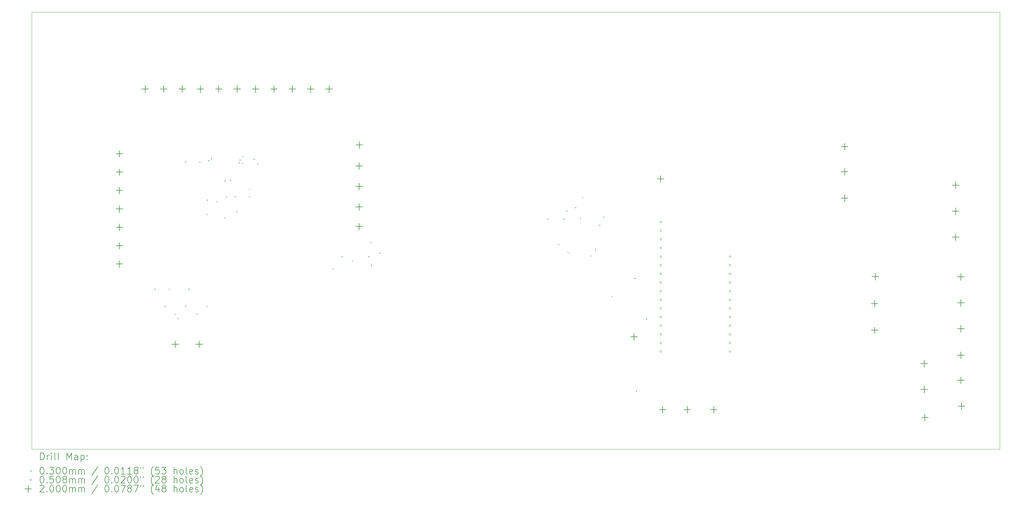
<source format=gbr>
%TF.GenerationSoftware,KiCad,Pcbnew,8.0.6*%
%TF.CreationDate,2025-04-07T11:21:34-07:00*%
%TF.ProjectId,csi_project,6373695f-7072-46f6-9a65-63742e6b6963,rev?*%
%TF.SameCoordinates,Original*%
%TF.FileFunction,Drillmap*%
%TF.FilePolarity,Positive*%
%FSLAX45Y45*%
G04 Gerber Fmt 4.5, Leading zero omitted, Abs format (unit mm)*
G04 Created by KiCad (PCBNEW 8.0.6) date 2025-04-07 11:21:34*
%MOMM*%
%LPD*%
G01*
G04 APERTURE LIST*
%ADD10C,0.050000*%
%ADD11C,0.200000*%
%ADD12C,0.100000*%
G04 APERTURE END LIST*
D10*
X29020000Y-580000D02*
X580000Y-580000D01*
X29020000Y-13420000D02*
X29020000Y-580000D01*
X580000Y-13420000D02*
X29020000Y-13420000D01*
X580000Y-580000D02*
X580000Y-13420000D01*
D11*
D12*
X4185000Y-8705000D02*
X4215000Y-8735000D01*
X4215000Y-8705000D02*
X4185000Y-8735000D01*
X4485000Y-9205000D02*
X4515000Y-9235000D01*
X4515000Y-9205000D02*
X4485000Y-9235000D01*
X4605000Y-8705000D02*
X4635000Y-8735000D01*
X4635000Y-8705000D02*
X4605000Y-8735000D01*
X4785000Y-9445000D02*
X4815000Y-9475000D01*
X4815000Y-9445000D02*
X4785000Y-9475000D01*
X4865000Y-9565000D02*
X4895000Y-9595000D01*
X4895000Y-9565000D02*
X4865000Y-9595000D01*
X5085000Y-4965000D02*
X5115000Y-4995000D01*
X5115000Y-4965000D02*
X5085000Y-4995000D01*
X5085000Y-9205000D02*
X5115000Y-9235000D01*
X5115000Y-9205000D02*
X5085000Y-9235000D01*
X5185000Y-8705000D02*
X5215000Y-8735000D01*
X5215000Y-8705000D02*
X5185000Y-8735000D01*
X5425000Y-9425000D02*
X5455000Y-9455000D01*
X5455000Y-9425000D02*
X5425000Y-9455000D01*
X5505000Y-4965000D02*
X5535000Y-4995000D01*
X5535000Y-4965000D02*
X5505000Y-4995000D01*
X5725000Y-6085000D02*
X5755000Y-6115000D01*
X5755000Y-6085000D02*
X5725000Y-6115000D01*
X5725000Y-6505000D02*
X5755000Y-6535000D01*
X5755000Y-6505000D02*
X5725000Y-6535000D01*
X5725000Y-9205000D02*
X5755000Y-9235000D01*
X5755000Y-9205000D02*
X5725000Y-9235000D01*
X5765000Y-4925000D02*
X5795000Y-4955000D01*
X5795000Y-4925000D02*
X5765000Y-4955000D01*
X5845000Y-4865000D02*
X5875000Y-4895000D01*
X5875000Y-4865000D02*
X5845000Y-4895000D01*
X6005000Y-6125000D02*
X6035000Y-6155000D01*
X6035000Y-6125000D02*
X6005000Y-6155000D01*
X6245000Y-5525000D02*
X6275000Y-5555000D01*
X6275000Y-5525000D02*
X6245000Y-5555000D01*
X6245000Y-6605000D02*
X6275000Y-6635000D01*
X6275000Y-6605000D02*
X6245000Y-6635000D01*
X6285000Y-5985000D02*
X6315000Y-6015000D01*
X6315000Y-5985000D02*
X6285000Y-6015000D01*
X6405000Y-5505000D02*
X6435000Y-5535000D01*
X6435000Y-5505000D02*
X6405000Y-5535000D01*
X6545000Y-5985000D02*
X6575000Y-6015000D01*
X6575000Y-5985000D02*
X6545000Y-6015000D01*
X6585000Y-6425000D02*
X6615000Y-6455000D01*
X6615000Y-6425000D02*
X6585000Y-6455000D01*
X6665000Y-4985000D02*
X6695000Y-5015000D01*
X6695000Y-4985000D02*
X6665000Y-5015000D01*
X6685000Y-4905000D02*
X6715000Y-4935000D01*
X6715000Y-4905000D02*
X6685000Y-4935000D01*
X6765000Y-4805000D02*
X6795000Y-4835000D01*
X6795000Y-4805000D02*
X6765000Y-4835000D01*
X6765000Y-5005000D02*
X6795000Y-5035000D01*
X6795000Y-5005000D02*
X6765000Y-5035000D01*
X6965000Y-5765000D02*
X6995000Y-5795000D01*
X6995000Y-5765000D02*
X6965000Y-5795000D01*
X6965000Y-5985000D02*
X6995000Y-6015000D01*
X6995000Y-5985000D02*
X6965000Y-6015000D01*
X7105000Y-4885000D02*
X7135000Y-4915000D01*
X7135000Y-4885000D02*
X7105000Y-4915000D01*
X7205000Y-5025000D02*
X7235000Y-5055000D01*
X7235000Y-5025000D02*
X7205000Y-5055000D01*
X9425000Y-8105000D02*
X9455000Y-8135000D01*
X9455000Y-8105000D02*
X9425000Y-8135000D01*
X9685000Y-7745000D02*
X9715000Y-7775000D01*
X9715000Y-7745000D02*
X9685000Y-7775000D01*
X9985000Y-7865000D02*
X10015000Y-7895000D01*
X10015000Y-7865000D02*
X9985000Y-7895000D01*
X10465000Y-7745000D02*
X10495000Y-7775000D01*
X10495000Y-7745000D02*
X10465000Y-7775000D01*
X10525000Y-7325000D02*
X10555000Y-7355000D01*
X10555000Y-7325000D02*
X10525000Y-7355000D01*
X10545000Y-8005000D02*
X10575000Y-8035000D01*
X10575000Y-8005000D02*
X10545000Y-8035000D01*
X10785000Y-7645000D02*
X10815000Y-7675000D01*
X10815000Y-7645000D02*
X10785000Y-7675000D01*
X15725000Y-6645000D02*
X15755000Y-6675000D01*
X15755000Y-6645000D02*
X15725000Y-6675000D01*
X16045000Y-7385000D02*
X16075000Y-7415000D01*
X16075000Y-7385000D02*
X16045000Y-7415000D01*
X16205000Y-6645000D02*
X16235000Y-6675000D01*
X16235000Y-6645000D02*
X16205000Y-6675000D01*
X16285000Y-6405000D02*
X16315000Y-6435000D01*
X16315000Y-6405000D02*
X16285000Y-6435000D01*
X16325000Y-7625000D02*
X16355000Y-7655000D01*
X16355000Y-7625000D02*
X16325000Y-7655000D01*
X16545000Y-6305000D02*
X16575000Y-6335000D01*
X16575000Y-6305000D02*
X16545000Y-6335000D01*
X16685000Y-6625000D02*
X16715000Y-6655000D01*
X16715000Y-6625000D02*
X16685000Y-6655000D01*
X16745000Y-6005000D02*
X16775000Y-6035000D01*
X16775000Y-6005000D02*
X16745000Y-6035000D01*
X16985000Y-7725000D02*
X17015000Y-7755000D01*
X17015000Y-7725000D02*
X16985000Y-7755000D01*
X17125000Y-7545000D02*
X17155000Y-7575000D01*
X17155000Y-7545000D02*
X17125000Y-7575000D01*
X17245000Y-6825000D02*
X17275000Y-6855000D01*
X17275000Y-6825000D02*
X17245000Y-6855000D01*
X17365000Y-6585000D02*
X17395000Y-6615000D01*
X17395000Y-6585000D02*
X17365000Y-6615000D01*
X17605000Y-8925000D02*
X17635000Y-8955000D01*
X17635000Y-8925000D02*
X17605000Y-8955000D01*
X18285000Y-8385000D02*
X18315000Y-8415000D01*
X18315000Y-8385000D02*
X18285000Y-8415000D01*
X18325000Y-11705000D02*
X18355000Y-11735000D01*
X18355000Y-11705000D02*
X18325000Y-11735000D01*
X18625000Y-9585000D02*
X18655000Y-9615000D01*
X18655000Y-9585000D02*
X18625000Y-9615000D01*
X19089400Y-6748000D02*
G75*
G02*
X19038600Y-6748000I-25400J0D01*
G01*
X19038600Y-6748000D02*
G75*
G02*
X19089400Y-6748000I25400J0D01*
G01*
X19089400Y-7002000D02*
G75*
G02*
X19038600Y-7002000I-25400J0D01*
G01*
X19038600Y-7002000D02*
G75*
G02*
X19089400Y-7002000I25400J0D01*
G01*
X19089400Y-7256000D02*
G75*
G02*
X19038600Y-7256000I-25400J0D01*
G01*
X19038600Y-7256000D02*
G75*
G02*
X19089400Y-7256000I25400J0D01*
G01*
X19089400Y-7510000D02*
G75*
G02*
X19038600Y-7510000I-25400J0D01*
G01*
X19038600Y-7510000D02*
G75*
G02*
X19089400Y-7510000I25400J0D01*
G01*
X19089400Y-7764000D02*
G75*
G02*
X19038600Y-7764000I-25400J0D01*
G01*
X19038600Y-7764000D02*
G75*
G02*
X19089400Y-7764000I25400J0D01*
G01*
X19089400Y-8018000D02*
G75*
G02*
X19038600Y-8018000I-25400J0D01*
G01*
X19038600Y-8018000D02*
G75*
G02*
X19089400Y-8018000I25400J0D01*
G01*
X19089400Y-8272000D02*
G75*
G02*
X19038600Y-8272000I-25400J0D01*
G01*
X19038600Y-8272000D02*
G75*
G02*
X19089400Y-8272000I25400J0D01*
G01*
X19089400Y-8526000D02*
G75*
G02*
X19038600Y-8526000I-25400J0D01*
G01*
X19038600Y-8526000D02*
G75*
G02*
X19089400Y-8526000I25400J0D01*
G01*
X19089400Y-8780000D02*
G75*
G02*
X19038600Y-8780000I-25400J0D01*
G01*
X19038600Y-8780000D02*
G75*
G02*
X19089400Y-8780000I25400J0D01*
G01*
X19089400Y-9034000D02*
G75*
G02*
X19038600Y-9034000I-25400J0D01*
G01*
X19038600Y-9034000D02*
G75*
G02*
X19089400Y-9034000I25400J0D01*
G01*
X19089400Y-9288000D02*
G75*
G02*
X19038600Y-9288000I-25400J0D01*
G01*
X19038600Y-9288000D02*
G75*
G02*
X19089400Y-9288000I25400J0D01*
G01*
X19089400Y-9542000D02*
G75*
G02*
X19038600Y-9542000I-25400J0D01*
G01*
X19038600Y-9542000D02*
G75*
G02*
X19089400Y-9542000I25400J0D01*
G01*
X19089400Y-9796000D02*
G75*
G02*
X19038600Y-9796000I-25400J0D01*
G01*
X19038600Y-9796000D02*
G75*
G02*
X19089400Y-9796000I25400J0D01*
G01*
X19089400Y-10050000D02*
G75*
G02*
X19038600Y-10050000I-25400J0D01*
G01*
X19038600Y-10050000D02*
G75*
G02*
X19089400Y-10050000I25400J0D01*
G01*
X19089400Y-10304000D02*
G75*
G02*
X19038600Y-10304000I-25400J0D01*
G01*
X19038600Y-10304000D02*
G75*
G02*
X19089400Y-10304000I25400J0D01*
G01*
X19089400Y-10558000D02*
G75*
G02*
X19038600Y-10558000I-25400J0D01*
G01*
X19038600Y-10558000D02*
G75*
G02*
X19089400Y-10558000I25400J0D01*
G01*
X21121400Y-7764000D02*
G75*
G02*
X21070600Y-7764000I-25400J0D01*
G01*
X21070600Y-7764000D02*
G75*
G02*
X21121400Y-7764000I25400J0D01*
G01*
X21121400Y-8018000D02*
G75*
G02*
X21070600Y-8018000I-25400J0D01*
G01*
X21070600Y-8018000D02*
G75*
G02*
X21121400Y-8018000I25400J0D01*
G01*
X21121400Y-8272000D02*
G75*
G02*
X21070600Y-8272000I-25400J0D01*
G01*
X21070600Y-8272000D02*
G75*
G02*
X21121400Y-8272000I25400J0D01*
G01*
X21121400Y-8526000D02*
G75*
G02*
X21070600Y-8526000I-25400J0D01*
G01*
X21070600Y-8526000D02*
G75*
G02*
X21121400Y-8526000I25400J0D01*
G01*
X21121400Y-8780000D02*
G75*
G02*
X21070600Y-8780000I-25400J0D01*
G01*
X21070600Y-8780000D02*
G75*
G02*
X21121400Y-8780000I25400J0D01*
G01*
X21121400Y-9034000D02*
G75*
G02*
X21070600Y-9034000I-25400J0D01*
G01*
X21070600Y-9034000D02*
G75*
G02*
X21121400Y-9034000I25400J0D01*
G01*
X21121400Y-9288000D02*
G75*
G02*
X21070600Y-9288000I-25400J0D01*
G01*
X21070600Y-9288000D02*
G75*
G02*
X21121400Y-9288000I25400J0D01*
G01*
X21121400Y-9542000D02*
G75*
G02*
X21070600Y-9542000I-25400J0D01*
G01*
X21070600Y-9542000D02*
G75*
G02*
X21121400Y-9542000I25400J0D01*
G01*
X21121400Y-9796000D02*
G75*
G02*
X21070600Y-9796000I-25400J0D01*
G01*
X21070600Y-9796000D02*
G75*
G02*
X21121400Y-9796000I25400J0D01*
G01*
X21121400Y-10050000D02*
G75*
G02*
X21070600Y-10050000I-25400J0D01*
G01*
X21070600Y-10050000D02*
G75*
G02*
X21121400Y-10050000I25400J0D01*
G01*
X21121400Y-10304000D02*
G75*
G02*
X21070600Y-10304000I-25400J0D01*
G01*
X21070600Y-10304000D02*
G75*
G02*
X21121400Y-10304000I25400J0D01*
G01*
X21121400Y-10558000D02*
G75*
G02*
X21070600Y-10558000I-25400J0D01*
G01*
X21070600Y-10558000D02*
G75*
G02*
X21121400Y-10558000I25400J0D01*
G01*
D11*
X3160000Y-4640000D02*
X3160000Y-4840000D01*
X3060000Y-4740000D02*
X3260000Y-4740000D01*
X3160000Y-5180000D02*
X3160000Y-5380000D01*
X3060000Y-5280000D02*
X3260000Y-5280000D01*
X3160000Y-5720000D02*
X3160000Y-5920000D01*
X3060000Y-5820000D02*
X3260000Y-5820000D01*
X3160000Y-6260000D02*
X3160000Y-6460000D01*
X3060000Y-6360000D02*
X3260000Y-6360000D01*
X3160000Y-6800000D02*
X3160000Y-7000000D01*
X3060000Y-6900000D02*
X3260000Y-6900000D01*
X3160000Y-7340000D02*
X3160000Y-7540000D01*
X3060000Y-7440000D02*
X3260000Y-7440000D01*
X3160000Y-7880000D02*
X3160000Y-8080000D01*
X3060000Y-7980000D02*
X3260000Y-7980000D01*
X3920000Y-2740000D02*
X3920000Y-2940000D01*
X3820000Y-2840000D02*
X4020000Y-2840000D01*
X4460000Y-2740000D02*
X4460000Y-2940000D01*
X4360000Y-2840000D02*
X4560000Y-2840000D01*
X4800000Y-10240000D02*
X4800000Y-10440000D01*
X4700000Y-10340000D02*
X4900000Y-10340000D01*
X5000000Y-2740000D02*
X5000000Y-2940000D01*
X4900000Y-2840000D02*
X5100000Y-2840000D01*
X5500000Y-10240000D02*
X5500000Y-10440000D01*
X5400000Y-10340000D02*
X5600000Y-10340000D01*
X5540000Y-2740000D02*
X5540000Y-2940000D01*
X5440000Y-2840000D02*
X5640000Y-2840000D01*
X6080000Y-2740000D02*
X6080000Y-2940000D01*
X5980000Y-2840000D02*
X6180000Y-2840000D01*
X6620000Y-2740000D02*
X6620000Y-2940000D01*
X6520000Y-2840000D02*
X6720000Y-2840000D01*
X7160000Y-2740000D02*
X7160000Y-2940000D01*
X7060000Y-2840000D02*
X7260000Y-2840000D01*
X7700000Y-2740000D02*
X7700000Y-2940000D01*
X7600000Y-2840000D02*
X7800000Y-2840000D01*
X8240000Y-2740000D02*
X8240000Y-2940000D01*
X8140000Y-2840000D02*
X8340000Y-2840000D01*
X8780000Y-2740000D02*
X8780000Y-2940000D01*
X8680000Y-2840000D02*
X8880000Y-2840000D01*
X9320000Y-2740000D02*
X9320000Y-2940000D01*
X9220000Y-2840000D02*
X9420000Y-2840000D01*
X10200000Y-5000000D02*
X10200000Y-5200000D01*
X10100000Y-5100000D02*
X10300000Y-5100000D01*
X10200000Y-5600000D02*
X10200000Y-5800000D01*
X10100000Y-5700000D02*
X10300000Y-5700000D01*
X10200000Y-6200000D02*
X10200000Y-6400000D01*
X10100000Y-6300000D02*
X10300000Y-6300000D01*
X10200000Y-6780000D02*
X10200000Y-6980000D01*
X10100000Y-6880000D02*
X10300000Y-6880000D01*
X10205000Y-4380000D02*
X10205000Y-4580000D01*
X10105000Y-4480000D02*
X10305000Y-4480000D01*
X18280000Y-10020000D02*
X18280000Y-10220000D01*
X18180000Y-10120000D02*
X18380000Y-10120000D01*
X19060000Y-5380000D02*
X19060000Y-5580000D01*
X18960000Y-5480000D02*
X19160000Y-5480000D01*
X19120000Y-12160000D02*
X19120000Y-12360000D01*
X19020000Y-12260000D02*
X19220000Y-12260000D01*
X19840000Y-12160000D02*
X19840000Y-12360000D01*
X19740000Y-12260000D02*
X19940000Y-12260000D01*
X20620000Y-12160000D02*
X20620000Y-12360000D01*
X20520000Y-12260000D02*
X20720000Y-12260000D01*
X24464000Y-4428000D02*
X24464000Y-4628000D01*
X24364000Y-4528000D02*
X24564000Y-4528000D01*
X24464000Y-5168000D02*
X24464000Y-5368000D01*
X24364000Y-5268000D02*
X24564000Y-5268000D01*
X24464000Y-5948000D02*
X24464000Y-6148000D01*
X24364000Y-6048000D02*
X24564000Y-6048000D01*
X25344000Y-9048000D02*
X25344000Y-9248000D01*
X25244000Y-9148000D02*
X25444000Y-9148000D01*
X25344000Y-9828000D02*
X25344000Y-10028000D01*
X25244000Y-9928000D02*
X25444000Y-9928000D01*
X25364000Y-8248000D02*
X25364000Y-8448000D01*
X25264000Y-8348000D02*
X25464000Y-8348000D01*
X26804000Y-10808000D02*
X26804000Y-11008000D01*
X26704000Y-10908000D02*
X26904000Y-10908000D01*
X26804000Y-11568000D02*
X26804000Y-11768000D01*
X26704000Y-11668000D02*
X26904000Y-11668000D01*
X26824000Y-12388000D02*
X26824000Y-12588000D01*
X26724000Y-12488000D02*
X26924000Y-12488000D01*
X27724000Y-5568000D02*
X27724000Y-5768000D01*
X27624000Y-5668000D02*
X27824000Y-5668000D01*
X27724000Y-6328000D02*
X27724000Y-6528000D01*
X27624000Y-6428000D02*
X27824000Y-6428000D01*
X27724000Y-7088000D02*
X27724000Y-7288000D01*
X27624000Y-7188000D02*
X27824000Y-7188000D01*
X27880000Y-8260000D02*
X27880000Y-8460000D01*
X27780000Y-8360000D02*
X27980000Y-8360000D01*
X27880000Y-9020000D02*
X27880000Y-9220000D01*
X27780000Y-9120000D02*
X27980000Y-9120000D01*
X27880000Y-9780000D02*
X27880000Y-9980000D01*
X27780000Y-9880000D02*
X27980000Y-9880000D01*
X27880000Y-10560000D02*
X27880000Y-10760000D01*
X27780000Y-10660000D02*
X27980000Y-10660000D01*
X27880000Y-11300000D02*
X27880000Y-11500000D01*
X27780000Y-11400000D02*
X27980000Y-11400000D01*
X27900000Y-12060000D02*
X27900000Y-12260000D01*
X27800000Y-12160000D02*
X28000000Y-12160000D01*
X838277Y-13733984D02*
X838277Y-13533984D01*
X838277Y-13533984D02*
X885896Y-13533984D01*
X885896Y-13533984D02*
X914467Y-13543508D01*
X914467Y-13543508D02*
X933515Y-13562555D01*
X933515Y-13562555D02*
X943039Y-13581603D01*
X943039Y-13581603D02*
X952562Y-13619698D01*
X952562Y-13619698D02*
X952562Y-13648269D01*
X952562Y-13648269D02*
X943039Y-13686365D01*
X943039Y-13686365D02*
X933515Y-13705412D01*
X933515Y-13705412D02*
X914467Y-13724460D01*
X914467Y-13724460D02*
X885896Y-13733984D01*
X885896Y-13733984D02*
X838277Y-13733984D01*
X1038277Y-13733984D02*
X1038277Y-13600650D01*
X1038277Y-13638746D02*
X1047801Y-13619698D01*
X1047801Y-13619698D02*
X1057324Y-13610174D01*
X1057324Y-13610174D02*
X1076372Y-13600650D01*
X1076372Y-13600650D02*
X1095420Y-13600650D01*
X1162086Y-13733984D02*
X1162086Y-13600650D01*
X1162086Y-13533984D02*
X1152563Y-13543508D01*
X1152563Y-13543508D02*
X1162086Y-13553031D01*
X1162086Y-13553031D02*
X1171610Y-13543508D01*
X1171610Y-13543508D02*
X1162086Y-13533984D01*
X1162086Y-13533984D02*
X1162086Y-13553031D01*
X1285896Y-13733984D02*
X1266848Y-13724460D01*
X1266848Y-13724460D02*
X1257324Y-13705412D01*
X1257324Y-13705412D02*
X1257324Y-13533984D01*
X1390658Y-13733984D02*
X1371610Y-13724460D01*
X1371610Y-13724460D02*
X1362086Y-13705412D01*
X1362086Y-13705412D02*
X1362086Y-13533984D01*
X1619229Y-13733984D02*
X1619229Y-13533984D01*
X1619229Y-13533984D02*
X1685896Y-13676841D01*
X1685896Y-13676841D02*
X1752562Y-13533984D01*
X1752562Y-13533984D02*
X1752562Y-13733984D01*
X1933515Y-13733984D02*
X1933515Y-13629222D01*
X1933515Y-13629222D02*
X1923991Y-13610174D01*
X1923991Y-13610174D02*
X1904943Y-13600650D01*
X1904943Y-13600650D02*
X1866848Y-13600650D01*
X1866848Y-13600650D02*
X1847801Y-13610174D01*
X1933515Y-13724460D02*
X1914467Y-13733984D01*
X1914467Y-13733984D02*
X1866848Y-13733984D01*
X1866848Y-13733984D02*
X1847801Y-13724460D01*
X1847801Y-13724460D02*
X1838277Y-13705412D01*
X1838277Y-13705412D02*
X1838277Y-13686365D01*
X1838277Y-13686365D02*
X1847801Y-13667317D01*
X1847801Y-13667317D02*
X1866848Y-13657793D01*
X1866848Y-13657793D02*
X1914467Y-13657793D01*
X1914467Y-13657793D02*
X1933515Y-13648269D01*
X2028753Y-13600650D02*
X2028753Y-13800650D01*
X2028753Y-13610174D02*
X2047801Y-13600650D01*
X2047801Y-13600650D02*
X2085896Y-13600650D01*
X2085896Y-13600650D02*
X2104944Y-13610174D01*
X2104944Y-13610174D02*
X2114467Y-13619698D01*
X2114467Y-13619698D02*
X2123991Y-13638746D01*
X2123991Y-13638746D02*
X2123991Y-13695888D01*
X2123991Y-13695888D02*
X2114467Y-13714936D01*
X2114467Y-13714936D02*
X2104944Y-13724460D01*
X2104944Y-13724460D02*
X2085896Y-13733984D01*
X2085896Y-13733984D02*
X2047801Y-13733984D01*
X2047801Y-13733984D02*
X2028753Y-13724460D01*
X2209705Y-13714936D02*
X2219229Y-13724460D01*
X2219229Y-13724460D02*
X2209705Y-13733984D01*
X2209705Y-13733984D02*
X2200182Y-13724460D01*
X2200182Y-13724460D02*
X2209705Y-13714936D01*
X2209705Y-13714936D02*
X2209705Y-13733984D01*
X2209705Y-13610174D02*
X2219229Y-13619698D01*
X2219229Y-13619698D02*
X2209705Y-13629222D01*
X2209705Y-13629222D02*
X2200182Y-13619698D01*
X2200182Y-13619698D02*
X2209705Y-13610174D01*
X2209705Y-13610174D02*
X2209705Y-13629222D01*
D12*
X547500Y-14047500D02*
X577500Y-14077500D01*
X577500Y-14047500D02*
X547500Y-14077500D01*
D11*
X876372Y-13953984D02*
X895420Y-13953984D01*
X895420Y-13953984D02*
X914467Y-13963508D01*
X914467Y-13963508D02*
X923991Y-13973031D01*
X923991Y-13973031D02*
X933515Y-13992079D01*
X933515Y-13992079D02*
X943039Y-14030174D01*
X943039Y-14030174D02*
X943039Y-14077793D01*
X943039Y-14077793D02*
X933515Y-14115888D01*
X933515Y-14115888D02*
X923991Y-14134936D01*
X923991Y-14134936D02*
X914467Y-14144460D01*
X914467Y-14144460D02*
X895420Y-14153984D01*
X895420Y-14153984D02*
X876372Y-14153984D01*
X876372Y-14153984D02*
X857324Y-14144460D01*
X857324Y-14144460D02*
X847801Y-14134936D01*
X847801Y-14134936D02*
X838277Y-14115888D01*
X838277Y-14115888D02*
X828753Y-14077793D01*
X828753Y-14077793D02*
X828753Y-14030174D01*
X828753Y-14030174D02*
X838277Y-13992079D01*
X838277Y-13992079D02*
X847801Y-13973031D01*
X847801Y-13973031D02*
X857324Y-13963508D01*
X857324Y-13963508D02*
X876372Y-13953984D01*
X1028753Y-14134936D02*
X1038277Y-14144460D01*
X1038277Y-14144460D02*
X1028753Y-14153984D01*
X1028753Y-14153984D02*
X1019229Y-14144460D01*
X1019229Y-14144460D02*
X1028753Y-14134936D01*
X1028753Y-14134936D02*
X1028753Y-14153984D01*
X1104944Y-13953984D02*
X1228753Y-13953984D01*
X1228753Y-13953984D02*
X1162086Y-14030174D01*
X1162086Y-14030174D02*
X1190658Y-14030174D01*
X1190658Y-14030174D02*
X1209705Y-14039698D01*
X1209705Y-14039698D02*
X1219229Y-14049222D01*
X1219229Y-14049222D02*
X1228753Y-14068269D01*
X1228753Y-14068269D02*
X1228753Y-14115888D01*
X1228753Y-14115888D02*
X1219229Y-14134936D01*
X1219229Y-14134936D02*
X1209705Y-14144460D01*
X1209705Y-14144460D02*
X1190658Y-14153984D01*
X1190658Y-14153984D02*
X1133515Y-14153984D01*
X1133515Y-14153984D02*
X1114467Y-14144460D01*
X1114467Y-14144460D02*
X1104944Y-14134936D01*
X1352563Y-13953984D02*
X1371610Y-13953984D01*
X1371610Y-13953984D02*
X1390658Y-13963508D01*
X1390658Y-13963508D02*
X1400182Y-13973031D01*
X1400182Y-13973031D02*
X1409705Y-13992079D01*
X1409705Y-13992079D02*
X1419229Y-14030174D01*
X1419229Y-14030174D02*
X1419229Y-14077793D01*
X1419229Y-14077793D02*
X1409705Y-14115888D01*
X1409705Y-14115888D02*
X1400182Y-14134936D01*
X1400182Y-14134936D02*
X1390658Y-14144460D01*
X1390658Y-14144460D02*
X1371610Y-14153984D01*
X1371610Y-14153984D02*
X1352563Y-14153984D01*
X1352563Y-14153984D02*
X1333515Y-14144460D01*
X1333515Y-14144460D02*
X1323991Y-14134936D01*
X1323991Y-14134936D02*
X1314467Y-14115888D01*
X1314467Y-14115888D02*
X1304944Y-14077793D01*
X1304944Y-14077793D02*
X1304944Y-14030174D01*
X1304944Y-14030174D02*
X1314467Y-13992079D01*
X1314467Y-13992079D02*
X1323991Y-13973031D01*
X1323991Y-13973031D02*
X1333515Y-13963508D01*
X1333515Y-13963508D02*
X1352563Y-13953984D01*
X1543039Y-13953984D02*
X1562086Y-13953984D01*
X1562086Y-13953984D02*
X1581134Y-13963508D01*
X1581134Y-13963508D02*
X1590658Y-13973031D01*
X1590658Y-13973031D02*
X1600182Y-13992079D01*
X1600182Y-13992079D02*
X1609705Y-14030174D01*
X1609705Y-14030174D02*
X1609705Y-14077793D01*
X1609705Y-14077793D02*
X1600182Y-14115888D01*
X1600182Y-14115888D02*
X1590658Y-14134936D01*
X1590658Y-14134936D02*
X1581134Y-14144460D01*
X1581134Y-14144460D02*
X1562086Y-14153984D01*
X1562086Y-14153984D02*
X1543039Y-14153984D01*
X1543039Y-14153984D02*
X1523991Y-14144460D01*
X1523991Y-14144460D02*
X1514467Y-14134936D01*
X1514467Y-14134936D02*
X1504943Y-14115888D01*
X1504943Y-14115888D02*
X1495420Y-14077793D01*
X1495420Y-14077793D02*
X1495420Y-14030174D01*
X1495420Y-14030174D02*
X1504943Y-13992079D01*
X1504943Y-13992079D02*
X1514467Y-13973031D01*
X1514467Y-13973031D02*
X1523991Y-13963508D01*
X1523991Y-13963508D02*
X1543039Y-13953984D01*
X1695420Y-14153984D02*
X1695420Y-14020650D01*
X1695420Y-14039698D02*
X1704943Y-14030174D01*
X1704943Y-14030174D02*
X1723991Y-14020650D01*
X1723991Y-14020650D02*
X1752563Y-14020650D01*
X1752563Y-14020650D02*
X1771610Y-14030174D01*
X1771610Y-14030174D02*
X1781134Y-14049222D01*
X1781134Y-14049222D02*
X1781134Y-14153984D01*
X1781134Y-14049222D02*
X1790658Y-14030174D01*
X1790658Y-14030174D02*
X1809705Y-14020650D01*
X1809705Y-14020650D02*
X1838277Y-14020650D01*
X1838277Y-14020650D02*
X1857324Y-14030174D01*
X1857324Y-14030174D02*
X1866848Y-14049222D01*
X1866848Y-14049222D02*
X1866848Y-14153984D01*
X1962086Y-14153984D02*
X1962086Y-14020650D01*
X1962086Y-14039698D02*
X1971610Y-14030174D01*
X1971610Y-14030174D02*
X1990658Y-14020650D01*
X1990658Y-14020650D02*
X2019229Y-14020650D01*
X2019229Y-14020650D02*
X2038277Y-14030174D01*
X2038277Y-14030174D02*
X2047801Y-14049222D01*
X2047801Y-14049222D02*
X2047801Y-14153984D01*
X2047801Y-14049222D02*
X2057324Y-14030174D01*
X2057324Y-14030174D02*
X2076372Y-14020650D01*
X2076372Y-14020650D02*
X2104944Y-14020650D01*
X2104944Y-14020650D02*
X2123991Y-14030174D01*
X2123991Y-14030174D02*
X2133515Y-14049222D01*
X2133515Y-14049222D02*
X2133515Y-14153984D01*
X2523991Y-13944460D02*
X2352563Y-14201603D01*
X2781134Y-13953984D02*
X2800182Y-13953984D01*
X2800182Y-13953984D02*
X2819229Y-13963508D01*
X2819229Y-13963508D02*
X2828753Y-13973031D01*
X2828753Y-13973031D02*
X2838277Y-13992079D01*
X2838277Y-13992079D02*
X2847801Y-14030174D01*
X2847801Y-14030174D02*
X2847801Y-14077793D01*
X2847801Y-14077793D02*
X2838277Y-14115888D01*
X2838277Y-14115888D02*
X2828753Y-14134936D01*
X2828753Y-14134936D02*
X2819229Y-14144460D01*
X2819229Y-14144460D02*
X2800182Y-14153984D01*
X2800182Y-14153984D02*
X2781134Y-14153984D01*
X2781134Y-14153984D02*
X2762087Y-14144460D01*
X2762087Y-14144460D02*
X2752563Y-14134936D01*
X2752563Y-14134936D02*
X2743039Y-14115888D01*
X2743039Y-14115888D02*
X2733515Y-14077793D01*
X2733515Y-14077793D02*
X2733515Y-14030174D01*
X2733515Y-14030174D02*
X2743039Y-13992079D01*
X2743039Y-13992079D02*
X2752563Y-13973031D01*
X2752563Y-13973031D02*
X2762087Y-13963508D01*
X2762087Y-13963508D02*
X2781134Y-13953984D01*
X2933515Y-14134936D02*
X2943039Y-14144460D01*
X2943039Y-14144460D02*
X2933515Y-14153984D01*
X2933515Y-14153984D02*
X2923991Y-14144460D01*
X2923991Y-14144460D02*
X2933515Y-14134936D01*
X2933515Y-14134936D02*
X2933515Y-14153984D01*
X3066848Y-13953984D02*
X3085896Y-13953984D01*
X3085896Y-13953984D02*
X3104944Y-13963508D01*
X3104944Y-13963508D02*
X3114467Y-13973031D01*
X3114467Y-13973031D02*
X3123991Y-13992079D01*
X3123991Y-13992079D02*
X3133515Y-14030174D01*
X3133515Y-14030174D02*
X3133515Y-14077793D01*
X3133515Y-14077793D02*
X3123991Y-14115888D01*
X3123991Y-14115888D02*
X3114467Y-14134936D01*
X3114467Y-14134936D02*
X3104944Y-14144460D01*
X3104944Y-14144460D02*
X3085896Y-14153984D01*
X3085896Y-14153984D02*
X3066848Y-14153984D01*
X3066848Y-14153984D02*
X3047801Y-14144460D01*
X3047801Y-14144460D02*
X3038277Y-14134936D01*
X3038277Y-14134936D02*
X3028753Y-14115888D01*
X3028753Y-14115888D02*
X3019229Y-14077793D01*
X3019229Y-14077793D02*
X3019229Y-14030174D01*
X3019229Y-14030174D02*
X3028753Y-13992079D01*
X3028753Y-13992079D02*
X3038277Y-13973031D01*
X3038277Y-13973031D02*
X3047801Y-13963508D01*
X3047801Y-13963508D02*
X3066848Y-13953984D01*
X3323991Y-14153984D02*
X3209706Y-14153984D01*
X3266848Y-14153984D02*
X3266848Y-13953984D01*
X3266848Y-13953984D02*
X3247801Y-13982555D01*
X3247801Y-13982555D02*
X3228753Y-14001603D01*
X3228753Y-14001603D02*
X3209706Y-14011127D01*
X3514467Y-14153984D02*
X3400182Y-14153984D01*
X3457325Y-14153984D02*
X3457325Y-13953984D01*
X3457325Y-13953984D02*
X3438277Y-13982555D01*
X3438277Y-13982555D02*
X3419229Y-14001603D01*
X3419229Y-14001603D02*
X3400182Y-14011127D01*
X3628753Y-14039698D02*
X3609706Y-14030174D01*
X3609706Y-14030174D02*
X3600182Y-14020650D01*
X3600182Y-14020650D02*
X3590658Y-14001603D01*
X3590658Y-14001603D02*
X3590658Y-13992079D01*
X3590658Y-13992079D02*
X3600182Y-13973031D01*
X3600182Y-13973031D02*
X3609706Y-13963508D01*
X3609706Y-13963508D02*
X3628753Y-13953984D01*
X3628753Y-13953984D02*
X3666848Y-13953984D01*
X3666848Y-13953984D02*
X3685896Y-13963508D01*
X3685896Y-13963508D02*
X3695420Y-13973031D01*
X3695420Y-13973031D02*
X3704944Y-13992079D01*
X3704944Y-13992079D02*
X3704944Y-14001603D01*
X3704944Y-14001603D02*
X3695420Y-14020650D01*
X3695420Y-14020650D02*
X3685896Y-14030174D01*
X3685896Y-14030174D02*
X3666848Y-14039698D01*
X3666848Y-14039698D02*
X3628753Y-14039698D01*
X3628753Y-14039698D02*
X3609706Y-14049222D01*
X3609706Y-14049222D02*
X3600182Y-14058746D01*
X3600182Y-14058746D02*
X3590658Y-14077793D01*
X3590658Y-14077793D02*
X3590658Y-14115888D01*
X3590658Y-14115888D02*
X3600182Y-14134936D01*
X3600182Y-14134936D02*
X3609706Y-14144460D01*
X3609706Y-14144460D02*
X3628753Y-14153984D01*
X3628753Y-14153984D02*
X3666848Y-14153984D01*
X3666848Y-14153984D02*
X3685896Y-14144460D01*
X3685896Y-14144460D02*
X3695420Y-14134936D01*
X3695420Y-14134936D02*
X3704944Y-14115888D01*
X3704944Y-14115888D02*
X3704944Y-14077793D01*
X3704944Y-14077793D02*
X3695420Y-14058746D01*
X3695420Y-14058746D02*
X3685896Y-14049222D01*
X3685896Y-14049222D02*
X3666848Y-14039698D01*
X3781134Y-13953984D02*
X3781134Y-13992079D01*
X3857325Y-13953984D02*
X3857325Y-13992079D01*
X4152563Y-14230174D02*
X4143039Y-14220650D01*
X4143039Y-14220650D02*
X4123991Y-14192079D01*
X4123991Y-14192079D02*
X4114468Y-14173031D01*
X4114468Y-14173031D02*
X4104944Y-14144460D01*
X4104944Y-14144460D02*
X4095420Y-14096841D01*
X4095420Y-14096841D02*
X4095420Y-14058746D01*
X4095420Y-14058746D02*
X4104944Y-14011127D01*
X4104944Y-14011127D02*
X4114468Y-13982555D01*
X4114468Y-13982555D02*
X4123991Y-13963508D01*
X4123991Y-13963508D02*
X4143039Y-13934936D01*
X4143039Y-13934936D02*
X4152563Y-13925412D01*
X4323991Y-13953984D02*
X4228753Y-13953984D01*
X4228753Y-13953984D02*
X4219230Y-14049222D01*
X4219230Y-14049222D02*
X4228753Y-14039698D01*
X4228753Y-14039698D02*
X4247801Y-14030174D01*
X4247801Y-14030174D02*
X4295420Y-14030174D01*
X4295420Y-14030174D02*
X4314468Y-14039698D01*
X4314468Y-14039698D02*
X4323991Y-14049222D01*
X4323991Y-14049222D02*
X4333515Y-14068269D01*
X4333515Y-14068269D02*
X4333515Y-14115888D01*
X4333515Y-14115888D02*
X4323991Y-14134936D01*
X4323991Y-14134936D02*
X4314468Y-14144460D01*
X4314468Y-14144460D02*
X4295420Y-14153984D01*
X4295420Y-14153984D02*
X4247801Y-14153984D01*
X4247801Y-14153984D02*
X4228753Y-14144460D01*
X4228753Y-14144460D02*
X4219230Y-14134936D01*
X4400182Y-13953984D02*
X4523991Y-13953984D01*
X4523991Y-13953984D02*
X4457325Y-14030174D01*
X4457325Y-14030174D02*
X4485896Y-14030174D01*
X4485896Y-14030174D02*
X4504944Y-14039698D01*
X4504944Y-14039698D02*
X4514468Y-14049222D01*
X4514468Y-14049222D02*
X4523991Y-14068269D01*
X4523991Y-14068269D02*
X4523991Y-14115888D01*
X4523991Y-14115888D02*
X4514468Y-14134936D01*
X4514468Y-14134936D02*
X4504944Y-14144460D01*
X4504944Y-14144460D02*
X4485896Y-14153984D01*
X4485896Y-14153984D02*
X4428753Y-14153984D01*
X4428753Y-14153984D02*
X4409706Y-14144460D01*
X4409706Y-14144460D02*
X4400182Y-14134936D01*
X4762087Y-14153984D02*
X4762087Y-13953984D01*
X4847801Y-14153984D02*
X4847801Y-14049222D01*
X4847801Y-14049222D02*
X4838277Y-14030174D01*
X4838277Y-14030174D02*
X4819230Y-14020650D01*
X4819230Y-14020650D02*
X4790658Y-14020650D01*
X4790658Y-14020650D02*
X4771611Y-14030174D01*
X4771611Y-14030174D02*
X4762087Y-14039698D01*
X4971611Y-14153984D02*
X4952563Y-14144460D01*
X4952563Y-14144460D02*
X4943039Y-14134936D01*
X4943039Y-14134936D02*
X4933515Y-14115888D01*
X4933515Y-14115888D02*
X4933515Y-14058746D01*
X4933515Y-14058746D02*
X4943039Y-14039698D01*
X4943039Y-14039698D02*
X4952563Y-14030174D01*
X4952563Y-14030174D02*
X4971611Y-14020650D01*
X4971611Y-14020650D02*
X5000182Y-14020650D01*
X5000182Y-14020650D02*
X5019230Y-14030174D01*
X5019230Y-14030174D02*
X5028753Y-14039698D01*
X5028753Y-14039698D02*
X5038277Y-14058746D01*
X5038277Y-14058746D02*
X5038277Y-14115888D01*
X5038277Y-14115888D02*
X5028753Y-14134936D01*
X5028753Y-14134936D02*
X5019230Y-14144460D01*
X5019230Y-14144460D02*
X5000182Y-14153984D01*
X5000182Y-14153984D02*
X4971611Y-14153984D01*
X5152563Y-14153984D02*
X5133515Y-14144460D01*
X5133515Y-14144460D02*
X5123992Y-14125412D01*
X5123992Y-14125412D02*
X5123992Y-13953984D01*
X5304944Y-14144460D02*
X5285896Y-14153984D01*
X5285896Y-14153984D02*
X5247801Y-14153984D01*
X5247801Y-14153984D02*
X5228753Y-14144460D01*
X5228753Y-14144460D02*
X5219230Y-14125412D01*
X5219230Y-14125412D02*
X5219230Y-14049222D01*
X5219230Y-14049222D02*
X5228753Y-14030174D01*
X5228753Y-14030174D02*
X5247801Y-14020650D01*
X5247801Y-14020650D02*
X5285896Y-14020650D01*
X5285896Y-14020650D02*
X5304944Y-14030174D01*
X5304944Y-14030174D02*
X5314468Y-14049222D01*
X5314468Y-14049222D02*
X5314468Y-14068269D01*
X5314468Y-14068269D02*
X5219230Y-14087317D01*
X5390658Y-14144460D02*
X5409706Y-14153984D01*
X5409706Y-14153984D02*
X5447801Y-14153984D01*
X5447801Y-14153984D02*
X5466849Y-14144460D01*
X5466849Y-14144460D02*
X5476373Y-14125412D01*
X5476373Y-14125412D02*
X5476373Y-14115888D01*
X5476373Y-14115888D02*
X5466849Y-14096841D01*
X5466849Y-14096841D02*
X5447801Y-14087317D01*
X5447801Y-14087317D02*
X5419230Y-14087317D01*
X5419230Y-14087317D02*
X5400182Y-14077793D01*
X5400182Y-14077793D02*
X5390658Y-14058746D01*
X5390658Y-14058746D02*
X5390658Y-14049222D01*
X5390658Y-14049222D02*
X5400182Y-14030174D01*
X5400182Y-14030174D02*
X5419230Y-14020650D01*
X5419230Y-14020650D02*
X5447801Y-14020650D01*
X5447801Y-14020650D02*
X5466849Y-14030174D01*
X5543039Y-14230174D02*
X5552563Y-14220650D01*
X5552563Y-14220650D02*
X5571611Y-14192079D01*
X5571611Y-14192079D02*
X5581134Y-14173031D01*
X5581134Y-14173031D02*
X5590658Y-14144460D01*
X5590658Y-14144460D02*
X5600182Y-14096841D01*
X5600182Y-14096841D02*
X5600182Y-14058746D01*
X5600182Y-14058746D02*
X5590658Y-14011127D01*
X5590658Y-14011127D02*
X5581134Y-13982555D01*
X5581134Y-13982555D02*
X5571611Y-13963508D01*
X5571611Y-13963508D02*
X5552563Y-13934936D01*
X5552563Y-13934936D02*
X5543039Y-13925412D01*
D12*
X577500Y-14326500D02*
G75*
G02*
X526700Y-14326500I-25400J0D01*
G01*
X526700Y-14326500D02*
G75*
G02*
X577500Y-14326500I25400J0D01*
G01*
D11*
X876372Y-14217984D02*
X895420Y-14217984D01*
X895420Y-14217984D02*
X914467Y-14227508D01*
X914467Y-14227508D02*
X923991Y-14237031D01*
X923991Y-14237031D02*
X933515Y-14256079D01*
X933515Y-14256079D02*
X943039Y-14294174D01*
X943039Y-14294174D02*
X943039Y-14341793D01*
X943039Y-14341793D02*
X933515Y-14379888D01*
X933515Y-14379888D02*
X923991Y-14398936D01*
X923991Y-14398936D02*
X914467Y-14408460D01*
X914467Y-14408460D02*
X895420Y-14417984D01*
X895420Y-14417984D02*
X876372Y-14417984D01*
X876372Y-14417984D02*
X857324Y-14408460D01*
X857324Y-14408460D02*
X847801Y-14398936D01*
X847801Y-14398936D02*
X838277Y-14379888D01*
X838277Y-14379888D02*
X828753Y-14341793D01*
X828753Y-14341793D02*
X828753Y-14294174D01*
X828753Y-14294174D02*
X838277Y-14256079D01*
X838277Y-14256079D02*
X847801Y-14237031D01*
X847801Y-14237031D02*
X857324Y-14227508D01*
X857324Y-14227508D02*
X876372Y-14217984D01*
X1028753Y-14398936D02*
X1038277Y-14408460D01*
X1038277Y-14408460D02*
X1028753Y-14417984D01*
X1028753Y-14417984D02*
X1019229Y-14408460D01*
X1019229Y-14408460D02*
X1028753Y-14398936D01*
X1028753Y-14398936D02*
X1028753Y-14417984D01*
X1219229Y-14217984D02*
X1123991Y-14217984D01*
X1123991Y-14217984D02*
X1114467Y-14313222D01*
X1114467Y-14313222D02*
X1123991Y-14303698D01*
X1123991Y-14303698D02*
X1143039Y-14294174D01*
X1143039Y-14294174D02*
X1190658Y-14294174D01*
X1190658Y-14294174D02*
X1209705Y-14303698D01*
X1209705Y-14303698D02*
X1219229Y-14313222D01*
X1219229Y-14313222D02*
X1228753Y-14332269D01*
X1228753Y-14332269D02*
X1228753Y-14379888D01*
X1228753Y-14379888D02*
X1219229Y-14398936D01*
X1219229Y-14398936D02*
X1209705Y-14408460D01*
X1209705Y-14408460D02*
X1190658Y-14417984D01*
X1190658Y-14417984D02*
X1143039Y-14417984D01*
X1143039Y-14417984D02*
X1123991Y-14408460D01*
X1123991Y-14408460D02*
X1114467Y-14398936D01*
X1352563Y-14217984D02*
X1371610Y-14217984D01*
X1371610Y-14217984D02*
X1390658Y-14227508D01*
X1390658Y-14227508D02*
X1400182Y-14237031D01*
X1400182Y-14237031D02*
X1409705Y-14256079D01*
X1409705Y-14256079D02*
X1419229Y-14294174D01*
X1419229Y-14294174D02*
X1419229Y-14341793D01*
X1419229Y-14341793D02*
X1409705Y-14379888D01*
X1409705Y-14379888D02*
X1400182Y-14398936D01*
X1400182Y-14398936D02*
X1390658Y-14408460D01*
X1390658Y-14408460D02*
X1371610Y-14417984D01*
X1371610Y-14417984D02*
X1352563Y-14417984D01*
X1352563Y-14417984D02*
X1333515Y-14408460D01*
X1333515Y-14408460D02*
X1323991Y-14398936D01*
X1323991Y-14398936D02*
X1314467Y-14379888D01*
X1314467Y-14379888D02*
X1304944Y-14341793D01*
X1304944Y-14341793D02*
X1304944Y-14294174D01*
X1304944Y-14294174D02*
X1314467Y-14256079D01*
X1314467Y-14256079D02*
X1323991Y-14237031D01*
X1323991Y-14237031D02*
X1333515Y-14227508D01*
X1333515Y-14227508D02*
X1352563Y-14217984D01*
X1533515Y-14303698D02*
X1514467Y-14294174D01*
X1514467Y-14294174D02*
X1504943Y-14284650D01*
X1504943Y-14284650D02*
X1495420Y-14265603D01*
X1495420Y-14265603D02*
X1495420Y-14256079D01*
X1495420Y-14256079D02*
X1504943Y-14237031D01*
X1504943Y-14237031D02*
X1514467Y-14227508D01*
X1514467Y-14227508D02*
X1533515Y-14217984D01*
X1533515Y-14217984D02*
X1571610Y-14217984D01*
X1571610Y-14217984D02*
X1590658Y-14227508D01*
X1590658Y-14227508D02*
X1600182Y-14237031D01*
X1600182Y-14237031D02*
X1609705Y-14256079D01*
X1609705Y-14256079D02*
X1609705Y-14265603D01*
X1609705Y-14265603D02*
X1600182Y-14284650D01*
X1600182Y-14284650D02*
X1590658Y-14294174D01*
X1590658Y-14294174D02*
X1571610Y-14303698D01*
X1571610Y-14303698D02*
X1533515Y-14303698D01*
X1533515Y-14303698D02*
X1514467Y-14313222D01*
X1514467Y-14313222D02*
X1504943Y-14322746D01*
X1504943Y-14322746D02*
X1495420Y-14341793D01*
X1495420Y-14341793D02*
X1495420Y-14379888D01*
X1495420Y-14379888D02*
X1504943Y-14398936D01*
X1504943Y-14398936D02*
X1514467Y-14408460D01*
X1514467Y-14408460D02*
X1533515Y-14417984D01*
X1533515Y-14417984D02*
X1571610Y-14417984D01*
X1571610Y-14417984D02*
X1590658Y-14408460D01*
X1590658Y-14408460D02*
X1600182Y-14398936D01*
X1600182Y-14398936D02*
X1609705Y-14379888D01*
X1609705Y-14379888D02*
X1609705Y-14341793D01*
X1609705Y-14341793D02*
X1600182Y-14322746D01*
X1600182Y-14322746D02*
X1590658Y-14313222D01*
X1590658Y-14313222D02*
X1571610Y-14303698D01*
X1695420Y-14417984D02*
X1695420Y-14284650D01*
X1695420Y-14303698D02*
X1704943Y-14294174D01*
X1704943Y-14294174D02*
X1723991Y-14284650D01*
X1723991Y-14284650D02*
X1752563Y-14284650D01*
X1752563Y-14284650D02*
X1771610Y-14294174D01*
X1771610Y-14294174D02*
X1781134Y-14313222D01*
X1781134Y-14313222D02*
X1781134Y-14417984D01*
X1781134Y-14313222D02*
X1790658Y-14294174D01*
X1790658Y-14294174D02*
X1809705Y-14284650D01*
X1809705Y-14284650D02*
X1838277Y-14284650D01*
X1838277Y-14284650D02*
X1857324Y-14294174D01*
X1857324Y-14294174D02*
X1866848Y-14313222D01*
X1866848Y-14313222D02*
X1866848Y-14417984D01*
X1962086Y-14417984D02*
X1962086Y-14284650D01*
X1962086Y-14303698D02*
X1971610Y-14294174D01*
X1971610Y-14294174D02*
X1990658Y-14284650D01*
X1990658Y-14284650D02*
X2019229Y-14284650D01*
X2019229Y-14284650D02*
X2038277Y-14294174D01*
X2038277Y-14294174D02*
X2047801Y-14313222D01*
X2047801Y-14313222D02*
X2047801Y-14417984D01*
X2047801Y-14313222D02*
X2057324Y-14294174D01*
X2057324Y-14294174D02*
X2076372Y-14284650D01*
X2076372Y-14284650D02*
X2104944Y-14284650D01*
X2104944Y-14284650D02*
X2123991Y-14294174D01*
X2123991Y-14294174D02*
X2133515Y-14313222D01*
X2133515Y-14313222D02*
X2133515Y-14417984D01*
X2523991Y-14208460D02*
X2352563Y-14465603D01*
X2781134Y-14217984D02*
X2800182Y-14217984D01*
X2800182Y-14217984D02*
X2819229Y-14227508D01*
X2819229Y-14227508D02*
X2828753Y-14237031D01*
X2828753Y-14237031D02*
X2838277Y-14256079D01*
X2838277Y-14256079D02*
X2847801Y-14294174D01*
X2847801Y-14294174D02*
X2847801Y-14341793D01*
X2847801Y-14341793D02*
X2838277Y-14379888D01*
X2838277Y-14379888D02*
X2828753Y-14398936D01*
X2828753Y-14398936D02*
X2819229Y-14408460D01*
X2819229Y-14408460D02*
X2800182Y-14417984D01*
X2800182Y-14417984D02*
X2781134Y-14417984D01*
X2781134Y-14417984D02*
X2762087Y-14408460D01*
X2762087Y-14408460D02*
X2752563Y-14398936D01*
X2752563Y-14398936D02*
X2743039Y-14379888D01*
X2743039Y-14379888D02*
X2733515Y-14341793D01*
X2733515Y-14341793D02*
X2733515Y-14294174D01*
X2733515Y-14294174D02*
X2743039Y-14256079D01*
X2743039Y-14256079D02*
X2752563Y-14237031D01*
X2752563Y-14237031D02*
X2762087Y-14227508D01*
X2762087Y-14227508D02*
X2781134Y-14217984D01*
X2933515Y-14398936D02*
X2943039Y-14408460D01*
X2943039Y-14408460D02*
X2933515Y-14417984D01*
X2933515Y-14417984D02*
X2923991Y-14408460D01*
X2923991Y-14408460D02*
X2933515Y-14398936D01*
X2933515Y-14398936D02*
X2933515Y-14417984D01*
X3066848Y-14217984D02*
X3085896Y-14217984D01*
X3085896Y-14217984D02*
X3104944Y-14227508D01*
X3104944Y-14227508D02*
X3114467Y-14237031D01*
X3114467Y-14237031D02*
X3123991Y-14256079D01*
X3123991Y-14256079D02*
X3133515Y-14294174D01*
X3133515Y-14294174D02*
X3133515Y-14341793D01*
X3133515Y-14341793D02*
X3123991Y-14379888D01*
X3123991Y-14379888D02*
X3114467Y-14398936D01*
X3114467Y-14398936D02*
X3104944Y-14408460D01*
X3104944Y-14408460D02*
X3085896Y-14417984D01*
X3085896Y-14417984D02*
X3066848Y-14417984D01*
X3066848Y-14417984D02*
X3047801Y-14408460D01*
X3047801Y-14408460D02*
X3038277Y-14398936D01*
X3038277Y-14398936D02*
X3028753Y-14379888D01*
X3028753Y-14379888D02*
X3019229Y-14341793D01*
X3019229Y-14341793D02*
X3019229Y-14294174D01*
X3019229Y-14294174D02*
X3028753Y-14256079D01*
X3028753Y-14256079D02*
X3038277Y-14237031D01*
X3038277Y-14237031D02*
X3047801Y-14227508D01*
X3047801Y-14227508D02*
X3066848Y-14217984D01*
X3209706Y-14237031D02*
X3219229Y-14227508D01*
X3219229Y-14227508D02*
X3238277Y-14217984D01*
X3238277Y-14217984D02*
X3285896Y-14217984D01*
X3285896Y-14217984D02*
X3304944Y-14227508D01*
X3304944Y-14227508D02*
X3314467Y-14237031D01*
X3314467Y-14237031D02*
X3323991Y-14256079D01*
X3323991Y-14256079D02*
X3323991Y-14275127D01*
X3323991Y-14275127D02*
X3314467Y-14303698D01*
X3314467Y-14303698D02*
X3200182Y-14417984D01*
X3200182Y-14417984D02*
X3323991Y-14417984D01*
X3447801Y-14217984D02*
X3466848Y-14217984D01*
X3466848Y-14217984D02*
X3485896Y-14227508D01*
X3485896Y-14227508D02*
X3495420Y-14237031D01*
X3495420Y-14237031D02*
X3504944Y-14256079D01*
X3504944Y-14256079D02*
X3514467Y-14294174D01*
X3514467Y-14294174D02*
X3514467Y-14341793D01*
X3514467Y-14341793D02*
X3504944Y-14379888D01*
X3504944Y-14379888D02*
X3495420Y-14398936D01*
X3495420Y-14398936D02*
X3485896Y-14408460D01*
X3485896Y-14408460D02*
X3466848Y-14417984D01*
X3466848Y-14417984D02*
X3447801Y-14417984D01*
X3447801Y-14417984D02*
X3428753Y-14408460D01*
X3428753Y-14408460D02*
X3419229Y-14398936D01*
X3419229Y-14398936D02*
X3409706Y-14379888D01*
X3409706Y-14379888D02*
X3400182Y-14341793D01*
X3400182Y-14341793D02*
X3400182Y-14294174D01*
X3400182Y-14294174D02*
X3409706Y-14256079D01*
X3409706Y-14256079D02*
X3419229Y-14237031D01*
X3419229Y-14237031D02*
X3428753Y-14227508D01*
X3428753Y-14227508D02*
X3447801Y-14217984D01*
X3638277Y-14217984D02*
X3657325Y-14217984D01*
X3657325Y-14217984D02*
X3676372Y-14227508D01*
X3676372Y-14227508D02*
X3685896Y-14237031D01*
X3685896Y-14237031D02*
X3695420Y-14256079D01*
X3695420Y-14256079D02*
X3704944Y-14294174D01*
X3704944Y-14294174D02*
X3704944Y-14341793D01*
X3704944Y-14341793D02*
X3695420Y-14379888D01*
X3695420Y-14379888D02*
X3685896Y-14398936D01*
X3685896Y-14398936D02*
X3676372Y-14408460D01*
X3676372Y-14408460D02*
X3657325Y-14417984D01*
X3657325Y-14417984D02*
X3638277Y-14417984D01*
X3638277Y-14417984D02*
X3619229Y-14408460D01*
X3619229Y-14408460D02*
X3609706Y-14398936D01*
X3609706Y-14398936D02*
X3600182Y-14379888D01*
X3600182Y-14379888D02*
X3590658Y-14341793D01*
X3590658Y-14341793D02*
X3590658Y-14294174D01*
X3590658Y-14294174D02*
X3600182Y-14256079D01*
X3600182Y-14256079D02*
X3609706Y-14237031D01*
X3609706Y-14237031D02*
X3619229Y-14227508D01*
X3619229Y-14227508D02*
X3638277Y-14217984D01*
X3781134Y-14217984D02*
X3781134Y-14256079D01*
X3857325Y-14217984D02*
X3857325Y-14256079D01*
X4152563Y-14494174D02*
X4143039Y-14484650D01*
X4143039Y-14484650D02*
X4123991Y-14456079D01*
X4123991Y-14456079D02*
X4114468Y-14437031D01*
X4114468Y-14437031D02*
X4104944Y-14408460D01*
X4104944Y-14408460D02*
X4095420Y-14360841D01*
X4095420Y-14360841D02*
X4095420Y-14322746D01*
X4095420Y-14322746D02*
X4104944Y-14275127D01*
X4104944Y-14275127D02*
X4114468Y-14246555D01*
X4114468Y-14246555D02*
X4123991Y-14227508D01*
X4123991Y-14227508D02*
X4143039Y-14198936D01*
X4143039Y-14198936D02*
X4152563Y-14189412D01*
X4219230Y-14237031D02*
X4228753Y-14227508D01*
X4228753Y-14227508D02*
X4247801Y-14217984D01*
X4247801Y-14217984D02*
X4295420Y-14217984D01*
X4295420Y-14217984D02*
X4314468Y-14227508D01*
X4314468Y-14227508D02*
X4323991Y-14237031D01*
X4323991Y-14237031D02*
X4333515Y-14256079D01*
X4333515Y-14256079D02*
X4333515Y-14275127D01*
X4333515Y-14275127D02*
X4323991Y-14303698D01*
X4323991Y-14303698D02*
X4209706Y-14417984D01*
X4209706Y-14417984D02*
X4333515Y-14417984D01*
X4447801Y-14303698D02*
X4428753Y-14294174D01*
X4428753Y-14294174D02*
X4419230Y-14284650D01*
X4419230Y-14284650D02*
X4409706Y-14265603D01*
X4409706Y-14265603D02*
X4409706Y-14256079D01*
X4409706Y-14256079D02*
X4419230Y-14237031D01*
X4419230Y-14237031D02*
X4428753Y-14227508D01*
X4428753Y-14227508D02*
X4447801Y-14217984D01*
X4447801Y-14217984D02*
X4485896Y-14217984D01*
X4485896Y-14217984D02*
X4504944Y-14227508D01*
X4504944Y-14227508D02*
X4514468Y-14237031D01*
X4514468Y-14237031D02*
X4523991Y-14256079D01*
X4523991Y-14256079D02*
X4523991Y-14265603D01*
X4523991Y-14265603D02*
X4514468Y-14284650D01*
X4514468Y-14284650D02*
X4504944Y-14294174D01*
X4504944Y-14294174D02*
X4485896Y-14303698D01*
X4485896Y-14303698D02*
X4447801Y-14303698D01*
X4447801Y-14303698D02*
X4428753Y-14313222D01*
X4428753Y-14313222D02*
X4419230Y-14322746D01*
X4419230Y-14322746D02*
X4409706Y-14341793D01*
X4409706Y-14341793D02*
X4409706Y-14379888D01*
X4409706Y-14379888D02*
X4419230Y-14398936D01*
X4419230Y-14398936D02*
X4428753Y-14408460D01*
X4428753Y-14408460D02*
X4447801Y-14417984D01*
X4447801Y-14417984D02*
X4485896Y-14417984D01*
X4485896Y-14417984D02*
X4504944Y-14408460D01*
X4504944Y-14408460D02*
X4514468Y-14398936D01*
X4514468Y-14398936D02*
X4523991Y-14379888D01*
X4523991Y-14379888D02*
X4523991Y-14341793D01*
X4523991Y-14341793D02*
X4514468Y-14322746D01*
X4514468Y-14322746D02*
X4504944Y-14313222D01*
X4504944Y-14313222D02*
X4485896Y-14303698D01*
X4762087Y-14417984D02*
X4762087Y-14217984D01*
X4847801Y-14417984D02*
X4847801Y-14313222D01*
X4847801Y-14313222D02*
X4838277Y-14294174D01*
X4838277Y-14294174D02*
X4819230Y-14284650D01*
X4819230Y-14284650D02*
X4790658Y-14284650D01*
X4790658Y-14284650D02*
X4771611Y-14294174D01*
X4771611Y-14294174D02*
X4762087Y-14303698D01*
X4971611Y-14417984D02*
X4952563Y-14408460D01*
X4952563Y-14408460D02*
X4943039Y-14398936D01*
X4943039Y-14398936D02*
X4933515Y-14379888D01*
X4933515Y-14379888D02*
X4933515Y-14322746D01*
X4933515Y-14322746D02*
X4943039Y-14303698D01*
X4943039Y-14303698D02*
X4952563Y-14294174D01*
X4952563Y-14294174D02*
X4971611Y-14284650D01*
X4971611Y-14284650D02*
X5000182Y-14284650D01*
X5000182Y-14284650D02*
X5019230Y-14294174D01*
X5019230Y-14294174D02*
X5028753Y-14303698D01*
X5028753Y-14303698D02*
X5038277Y-14322746D01*
X5038277Y-14322746D02*
X5038277Y-14379888D01*
X5038277Y-14379888D02*
X5028753Y-14398936D01*
X5028753Y-14398936D02*
X5019230Y-14408460D01*
X5019230Y-14408460D02*
X5000182Y-14417984D01*
X5000182Y-14417984D02*
X4971611Y-14417984D01*
X5152563Y-14417984D02*
X5133515Y-14408460D01*
X5133515Y-14408460D02*
X5123992Y-14389412D01*
X5123992Y-14389412D02*
X5123992Y-14217984D01*
X5304944Y-14408460D02*
X5285896Y-14417984D01*
X5285896Y-14417984D02*
X5247801Y-14417984D01*
X5247801Y-14417984D02*
X5228753Y-14408460D01*
X5228753Y-14408460D02*
X5219230Y-14389412D01*
X5219230Y-14389412D02*
X5219230Y-14313222D01*
X5219230Y-14313222D02*
X5228753Y-14294174D01*
X5228753Y-14294174D02*
X5247801Y-14284650D01*
X5247801Y-14284650D02*
X5285896Y-14284650D01*
X5285896Y-14284650D02*
X5304944Y-14294174D01*
X5304944Y-14294174D02*
X5314468Y-14313222D01*
X5314468Y-14313222D02*
X5314468Y-14332269D01*
X5314468Y-14332269D02*
X5219230Y-14351317D01*
X5390658Y-14408460D02*
X5409706Y-14417984D01*
X5409706Y-14417984D02*
X5447801Y-14417984D01*
X5447801Y-14417984D02*
X5466849Y-14408460D01*
X5466849Y-14408460D02*
X5476373Y-14389412D01*
X5476373Y-14389412D02*
X5476373Y-14379888D01*
X5476373Y-14379888D02*
X5466849Y-14360841D01*
X5466849Y-14360841D02*
X5447801Y-14351317D01*
X5447801Y-14351317D02*
X5419230Y-14351317D01*
X5419230Y-14351317D02*
X5400182Y-14341793D01*
X5400182Y-14341793D02*
X5390658Y-14322746D01*
X5390658Y-14322746D02*
X5390658Y-14313222D01*
X5390658Y-14313222D02*
X5400182Y-14294174D01*
X5400182Y-14294174D02*
X5419230Y-14284650D01*
X5419230Y-14284650D02*
X5447801Y-14284650D01*
X5447801Y-14284650D02*
X5466849Y-14294174D01*
X5543039Y-14494174D02*
X5552563Y-14484650D01*
X5552563Y-14484650D02*
X5571611Y-14456079D01*
X5571611Y-14456079D02*
X5581134Y-14437031D01*
X5581134Y-14437031D02*
X5590658Y-14408460D01*
X5590658Y-14408460D02*
X5600182Y-14360841D01*
X5600182Y-14360841D02*
X5600182Y-14322746D01*
X5600182Y-14322746D02*
X5590658Y-14275127D01*
X5590658Y-14275127D02*
X5581134Y-14246555D01*
X5581134Y-14246555D02*
X5571611Y-14227508D01*
X5571611Y-14227508D02*
X5552563Y-14198936D01*
X5552563Y-14198936D02*
X5543039Y-14189412D01*
X477500Y-14490500D02*
X477500Y-14690500D01*
X377500Y-14590500D02*
X577500Y-14590500D01*
X828753Y-14501031D02*
X838277Y-14491508D01*
X838277Y-14491508D02*
X857324Y-14481984D01*
X857324Y-14481984D02*
X904943Y-14481984D01*
X904943Y-14481984D02*
X923991Y-14491508D01*
X923991Y-14491508D02*
X933515Y-14501031D01*
X933515Y-14501031D02*
X943039Y-14520079D01*
X943039Y-14520079D02*
X943039Y-14539127D01*
X943039Y-14539127D02*
X933515Y-14567698D01*
X933515Y-14567698D02*
X819229Y-14681984D01*
X819229Y-14681984D02*
X943039Y-14681984D01*
X1028753Y-14662936D02*
X1038277Y-14672460D01*
X1038277Y-14672460D02*
X1028753Y-14681984D01*
X1028753Y-14681984D02*
X1019229Y-14672460D01*
X1019229Y-14672460D02*
X1028753Y-14662936D01*
X1028753Y-14662936D02*
X1028753Y-14681984D01*
X1162086Y-14481984D02*
X1181134Y-14481984D01*
X1181134Y-14481984D02*
X1200182Y-14491508D01*
X1200182Y-14491508D02*
X1209705Y-14501031D01*
X1209705Y-14501031D02*
X1219229Y-14520079D01*
X1219229Y-14520079D02*
X1228753Y-14558174D01*
X1228753Y-14558174D02*
X1228753Y-14605793D01*
X1228753Y-14605793D02*
X1219229Y-14643888D01*
X1219229Y-14643888D02*
X1209705Y-14662936D01*
X1209705Y-14662936D02*
X1200182Y-14672460D01*
X1200182Y-14672460D02*
X1181134Y-14681984D01*
X1181134Y-14681984D02*
X1162086Y-14681984D01*
X1162086Y-14681984D02*
X1143039Y-14672460D01*
X1143039Y-14672460D02*
X1133515Y-14662936D01*
X1133515Y-14662936D02*
X1123991Y-14643888D01*
X1123991Y-14643888D02*
X1114467Y-14605793D01*
X1114467Y-14605793D02*
X1114467Y-14558174D01*
X1114467Y-14558174D02*
X1123991Y-14520079D01*
X1123991Y-14520079D02*
X1133515Y-14501031D01*
X1133515Y-14501031D02*
X1143039Y-14491508D01*
X1143039Y-14491508D02*
X1162086Y-14481984D01*
X1352563Y-14481984D02*
X1371610Y-14481984D01*
X1371610Y-14481984D02*
X1390658Y-14491508D01*
X1390658Y-14491508D02*
X1400182Y-14501031D01*
X1400182Y-14501031D02*
X1409705Y-14520079D01*
X1409705Y-14520079D02*
X1419229Y-14558174D01*
X1419229Y-14558174D02*
X1419229Y-14605793D01*
X1419229Y-14605793D02*
X1409705Y-14643888D01*
X1409705Y-14643888D02*
X1400182Y-14662936D01*
X1400182Y-14662936D02*
X1390658Y-14672460D01*
X1390658Y-14672460D02*
X1371610Y-14681984D01*
X1371610Y-14681984D02*
X1352563Y-14681984D01*
X1352563Y-14681984D02*
X1333515Y-14672460D01*
X1333515Y-14672460D02*
X1323991Y-14662936D01*
X1323991Y-14662936D02*
X1314467Y-14643888D01*
X1314467Y-14643888D02*
X1304944Y-14605793D01*
X1304944Y-14605793D02*
X1304944Y-14558174D01*
X1304944Y-14558174D02*
X1314467Y-14520079D01*
X1314467Y-14520079D02*
X1323991Y-14501031D01*
X1323991Y-14501031D02*
X1333515Y-14491508D01*
X1333515Y-14491508D02*
X1352563Y-14481984D01*
X1543039Y-14481984D02*
X1562086Y-14481984D01*
X1562086Y-14481984D02*
X1581134Y-14491508D01*
X1581134Y-14491508D02*
X1590658Y-14501031D01*
X1590658Y-14501031D02*
X1600182Y-14520079D01*
X1600182Y-14520079D02*
X1609705Y-14558174D01*
X1609705Y-14558174D02*
X1609705Y-14605793D01*
X1609705Y-14605793D02*
X1600182Y-14643888D01*
X1600182Y-14643888D02*
X1590658Y-14662936D01*
X1590658Y-14662936D02*
X1581134Y-14672460D01*
X1581134Y-14672460D02*
X1562086Y-14681984D01*
X1562086Y-14681984D02*
X1543039Y-14681984D01*
X1543039Y-14681984D02*
X1523991Y-14672460D01*
X1523991Y-14672460D02*
X1514467Y-14662936D01*
X1514467Y-14662936D02*
X1504943Y-14643888D01*
X1504943Y-14643888D02*
X1495420Y-14605793D01*
X1495420Y-14605793D02*
X1495420Y-14558174D01*
X1495420Y-14558174D02*
X1504943Y-14520079D01*
X1504943Y-14520079D02*
X1514467Y-14501031D01*
X1514467Y-14501031D02*
X1523991Y-14491508D01*
X1523991Y-14491508D02*
X1543039Y-14481984D01*
X1695420Y-14681984D02*
X1695420Y-14548650D01*
X1695420Y-14567698D02*
X1704943Y-14558174D01*
X1704943Y-14558174D02*
X1723991Y-14548650D01*
X1723991Y-14548650D02*
X1752563Y-14548650D01*
X1752563Y-14548650D02*
X1771610Y-14558174D01*
X1771610Y-14558174D02*
X1781134Y-14577222D01*
X1781134Y-14577222D02*
X1781134Y-14681984D01*
X1781134Y-14577222D02*
X1790658Y-14558174D01*
X1790658Y-14558174D02*
X1809705Y-14548650D01*
X1809705Y-14548650D02*
X1838277Y-14548650D01*
X1838277Y-14548650D02*
X1857324Y-14558174D01*
X1857324Y-14558174D02*
X1866848Y-14577222D01*
X1866848Y-14577222D02*
X1866848Y-14681984D01*
X1962086Y-14681984D02*
X1962086Y-14548650D01*
X1962086Y-14567698D02*
X1971610Y-14558174D01*
X1971610Y-14558174D02*
X1990658Y-14548650D01*
X1990658Y-14548650D02*
X2019229Y-14548650D01*
X2019229Y-14548650D02*
X2038277Y-14558174D01*
X2038277Y-14558174D02*
X2047801Y-14577222D01*
X2047801Y-14577222D02*
X2047801Y-14681984D01*
X2047801Y-14577222D02*
X2057324Y-14558174D01*
X2057324Y-14558174D02*
X2076372Y-14548650D01*
X2076372Y-14548650D02*
X2104944Y-14548650D01*
X2104944Y-14548650D02*
X2123991Y-14558174D01*
X2123991Y-14558174D02*
X2133515Y-14577222D01*
X2133515Y-14577222D02*
X2133515Y-14681984D01*
X2523991Y-14472460D02*
X2352563Y-14729603D01*
X2781134Y-14481984D02*
X2800182Y-14481984D01*
X2800182Y-14481984D02*
X2819229Y-14491508D01*
X2819229Y-14491508D02*
X2828753Y-14501031D01*
X2828753Y-14501031D02*
X2838277Y-14520079D01*
X2838277Y-14520079D02*
X2847801Y-14558174D01*
X2847801Y-14558174D02*
X2847801Y-14605793D01*
X2847801Y-14605793D02*
X2838277Y-14643888D01*
X2838277Y-14643888D02*
X2828753Y-14662936D01*
X2828753Y-14662936D02*
X2819229Y-14672460D01*
X2819229Y-14672460D02*
X2800182Y-14681984D01*
X2800182Y-14681984D02*
X2781134Y-14681984D01*
X2781134Y-14681984D02*
X2762087Y-14672460D01*
X2762087Y-14672460D02*
X2752563Y-14662936D01*
X2752563Y-14662936D02*
X2743039Y-14643888D01*
X2743039Y-14643888D02*
X2733515Y-14605793D01*
X2733515Y-14605793D02*
X2733515Y-14558174D01*
X2733515Y-14558174D02*
X2743039Y-14520079D01*
X2743039Y-14520079D02*
X2752563Y-14501031D01*
X2752563Y-14501031D02*
X2762087Y-14491508D01*
X2762087Y-14491508D02*
X2781134Y-14481984D01*
X2933515Y-14662936D02*
X2943039Y-14672460D01*
X2943039Y-14672460D02*
X2933515Y-14681984D01*
X2933515Y-14681984D02*
X2923991Y-14672460D01*
X2923991Y-14672460D02*
X2933515Y-14662936D01*
X2933515Y-14662936D02*
X2933515Y-14681984D01*
X3066848Y-14481984D02*
X3085896Y-14481984D01*
X3085896Y-14481984D02*
X3104944Y-14491508D01*
X3104944Y-14491508D02*
X3114467Y-14501031D01*
X3114467Y-14501031D02*
X3123991Y-14520079D01*
X3123991Y-14520079D02*
X3133515Y-14558174D01*
X3133515Y-14558174D02*
X3133515Y-14605793D01*
X3133515Y-14605793D02*
X3123991Y-14643888D01*
X3123991Y-14643888D02*
X3114467Y-14662936D01*
X3114467Y-14662936D02*
X3104944Y-14672460D01*
X3104944Y-14672460D02*
X3085896Y-14681984D01*
X3085896Y-14681984D02*
X3066848Y-14681984D01*
X3066848Y-14681984D02*
X3047801Y-14672460D01*
X3047801Y-14672460D02*
X3038277Y-14662936D01*
X3038277Y-14662936D02*
X3028753Y-14643888D01*
X3028753Y-14643888D02*
X3019229Y-14605793D01*
X3019229Y-14605793D02*
X3019229Y-14558174D01*
X3019229Y-14558174D02*
X3028753Y-14520079D01*
X3028753Y-14520079D02*
X3038277Y-14501031D01*
X3038277Y-14501031D02*
X3047801Y-14491508D01*
X3047801Y-14491508D02*
X3066848Y-14481984D01*
X3200182Y-14481984D02*
X3333515Y-14481984D01*
X3333515Y-14481984D02*
X3247801Y-14681984D01*
X3438277Y-14567698D02*
X3419229Y-14558174D01*
X3419229Y-14558174D02*
X3409706Y-14548650D01*
X3409706Y-14548650D02*
X3400182Y-14529603D01*
X3400182Y-14529603D02*
X3400182Y-14520079D01*
X3400182Y-14520079D02*
X3409706Y-14501031D01*
X3409706Y-14501031D02*
X3419229Y-14491508D01*
X3419229Y-14491508D02*
X3438277Y-14481984D01*
X3438277Y-14481984D02*
X3476372Y-14481984D01*
X3476372Y-14481984D02*
X3495420Y-14491508D01*
X3495420Y-14491508D02*
X3504944Y-14501031D01*
X3504944Y-14501031D02*
X3514467Y-14520079D01*
X3514467Y-14520079D02*
X3514467Y-14529603D01*
X3514467Y-14529603D02*
X3504944Y-14548650D01*
X3504944Y-14548650D02*
X3495420Y-14558174D01*
X3495420Y-14558174D02*
X3476372Y-14567698D01*
X3476372Y-14567698D02*
X3438277Y-14567698D01*
X3438277Y-14567698D02*
X3419229Y-14577222D01*
X3419229Y-14577222D02*
X3409706Y-14586746D01*
X3409706Y-14586746D02*
X3400182Y-14605793D01*
X3400182Y-14605793D02*
X3400182Y-14643888D01*
X3400182Y-14643888D02*
X3409706Y-14662936D01*
X3409706Y-14662936D02*
X3419229Y-14672460D01*
X3419229Y-14672460D02*
X3438277Y-14681984D01*
X3438277Y-14681984D02*
X3476372Y-14681984D01*
X3476372Y-14681984D02*
X3495420Y-14672460D01*
X3495420Y-14672460D02*
X3504944Y-14662936D01*
X3504944Y-14662936D02*
X3514467Y-14643888D01*
X3514467Y-14643888D02*
X3514467Y-14605793D01*
X3514467Y-14605793D02*
X3504944Y-14586746D01*
X3504944Y-14586746D02*
X3495420Y-14577222D01*
X3495420Y-14577222D02*
X3476372Y-14567698D01*
X3581134Y-14481984D02*
X3714467Y-14481984D01*
X3714467Y-14481984D02*
X3628753Y-14681984D01*
X3781134Y-14481984D02*
X3781134Y-14520079D01*
X3857325Y-14481984D02*
X3857325Y-14520079D01*
X4152563Y-14758174D02*
X4143039Y-14748650D01*
X4143039Y-14748650D02*
X4123991Y-14720079D01*
X4123991Y-14720079D02*
X4114468Y-14701031D01*
X4114468Y-14701031D02*
X4104944Y-14672460D01*
X4104944Y-14672460D02*
X4095420Y-14624841D01*
X4095420Y-14624841D02*
X4095420Y-14586746D01*
X4095420Y-14586746D02*
X4104944Y-14539127D01*
X4104944Y-14539127D02*
X4114468Y-14510555D01*
X4114468Y-14510555D02*
X4123991Y-14491508D01*
X4123991Y-14491508D02*
X4143039Y-14462936D01*
X4143039Y-14462936D02*
X4152563Y-14453412D01*
X4314468Y-14548650D02*
X4314468Y-14681984D01*
X4266849Y-14472460D02*
X4219230Y-14615317D01*
X4219230Y-14615317D02*
X4343039Y-14615317D01*
X4447801Y-14567698D02*
X4428753Y-14558174D01*
X4428753Y-14558174D02*
X4419230Y-14548650D01*
X4419230Y-14548650D02*
X4409706Y-14529603D01*
X4409706Y-14529603D02*
X4409706Y-14520079D01*
X4409706Y-14520079D02*
X4419230Y-14501031D01*
X4419230Y-14501031D02*
X4428753Y-14491508D01*
X4428753Y-14491508D02*
X4447801Y-14481984D01*
X4447801Y-14481984D02*
X4485896Y-14481984D01*
X4485896Y-14481984D02*
X4504944Y-14491508D01*
X4504944Y-14491508D02*
X4514468Y-14501031D01*
X4514468Y-14501031D02*
X4523991Y-14520079D01*
X4523991Y-14520079D02*
X4523991Y-14529603D01*
X4523991Y-14529603D02*
X4514468Y-14548650D01*
X4514468Y-14548650D02*
X4504944Y-14558174D01*
X4504944Y-14558174D02*
X4485896Y-14567698D01*
X4485896Y-14567698D02*
X4447801Y-14567698D01*
X4447801Y-14567698D02*
X4428753Y-14577222D01*
X4428753Y-14577222D02*
X4419230Y-14586746D01*
X4419230Y-14586746D02*
X4409706Y-14605793D01*
X4409706Y-14605793D02*
X4409706Y-14643888D01*
X4409706Y-14643888D02*
X4419230Y-14662936D01*
X4419230Y-14662936D02*
X4428753Y-14672460D01*
X4428753Y-14672460D02*
X4447801Y-14681984D01*
X4447801Y-14681984D02*
X4485896Y-14681984D01*
X4485896Y-14681984D02*
X4504944Y-14672460D01*
X4504944Y-14672460D02*
X4514468Y-14662936D01*
X4514468Y-14662936D02*
X4523991Y-14643888D01*
X4523991Y-14643888D02*
X4523991Y-14605793D01*
X4523991Y-14605793D02*
X4514468Y-14586746D01*
X4514468Y-14586746D02*
X4504944Y-14577222D01*
X4504944Y-14577222D02*
X4485896Y-14567698D01*
X4762087Y-14681984D02*
X4762087Y-14481984D01*
X4847801Y-14681984D02*
X4847801Y-14577222D01*
X4847801Y-14577222D02*
X4838277Y-14558174D01*
X4838277Y-14558174D02*
X4819230Y-14548650D01*
X4819230Y-14548650D02*
X4790658Y-14548650D01*
X4790658Y-14548650D02*
X4771611Y-14558174D01*
X4771611Y-14558174D02*
X4762087Y-14567698D01*
X4971611Y-14681984D02*
X4952563Y-14672460D01*
X4952563Y-14672460D02*
X4943039Y-14662936D01*
X4943039Y-14662936D02*
X4933515Y-14643888D01*
X4933515Y-14643888D02*
X4933515Y-14586746D01*
X4933515Y-14586746D02*
X4943039Y-14567698D01*
X4943039Y-14567698D02*
X4952563Y-14558174D01*
X4952563Y-14558174D02*
X4971611Y-14548650D01*
X4971611Y-14548650D02*
X5000182Y-14548650D01*
X5000182Y-14548650D02*
X5019230Y-14558174D01*
X5019230Y-14558174D02*
X5028753Y-14567698D01*
X5028753Y-14567698D02*
X5038277Y-14586746D01*
X5038277Y-14586746D02*
X5038277Y-14643888D01*
X5038277Y-14643888D02*
X5028753Y-14662936D01*
X5028753Y-14662936D02*
X5019230Y-14672460D01*
X5019230Y-14672460D02*
X5000182Y-14681984D01*
X5000182Y-14681984D02*
X4971611Y-14681984D01*
X5152563Y-14681984D02*
X5133515Y-14672460D01*
X5133515Y-14672460D02*
X5123992Y-14653412D01*
X5123992Y-14653412D02*
X5123992Y-14481984D01*
X5304944Y-14672460D02*
X5285896Y-14681984D01*
X5285896Y-14681984D02*
X5247801Y-14681984D01*
X5247801Y-14681984D02*
X5228753Y-14672460D01*
X5228753Y-14672460D02*
X5219230Y-14653412D01*
X5219230Y-14653412D02*
X5219230Y-14577222D01*
X5219230Y-14577222D02*
X5228753Y-14558174D01*
X5228753Y-14558174D02*
X5247801Y-14548650D01*
X5247801Y-14548650D02*
X5285896Y-14548650D01*
X5285896Y-14548650D02*
X5304944Y-14558174D01*
X5304944Y-14558174D02*
X5314468Y-14577222D01*
X5314468Y-14577222D02*
X5314468Y-14596269D01*
X5314468Y-14596269D02*
X5219230Y-14615317D01*
X5390658Y-14672460D02*
X5409706Y-14681984D01*
X5409706Y-14681984D02*
X5447801Y-14681984D01*
X5447801Y-14681984D02*
X5466849Y-14672460D01*
X5466849Y-14672460D02*
X5476373Y-14653412D01*
X5476373Y-14653412D02*
X5476373Y-14643888D01*
X5476373Y-14643888D02*
X5466849Y-14624841D01*
X5466849Y-14624841D02*
X5447801Y-14615317D01*
X5447801Y-14615317D02*
X5419230Y-14615317D01*
X5419230Y-14615317D02*
X5400182Y-14605793D01*
X5400182Y-14605793D02*
X5390658Y-14586746D01*
X5390658Y-14586746D02*
X5390658Y-14577222D01*
X5390658Y-14577222D02*
X5400182Y-14558174D01*
X5400182Y-14558174D02*
X5419230Y-14548650D01*
X5419230Y-14548650D02*
X5447801Y-14548650D01*
X5447801Y-14548650D02*
X5466849Y-14558174D01*
X5543039Y-14758174D02*
X5552563Y-14748650D01*
X5552563Y-14748650D02*
X5571611Y-14720079D01*
X5571611Y-14720079D02*
X5581134Y-14701031D01*
X5581134Y-14701031D02*
X5590658Y-14672460D01*
X5590658Y-14672460D02*
X5600182Y-14624841D01*
X5600182Y-14624841D02*
X5600182Y-14586746D01*
X5600182Y-14586746D02*
X5590658Y-14539127D01*
X5590658Y-14539127D02*
X5581134Y-14510555D01*
X5581134Y-14510555D02*
X5571611Y-14491508D01*
X5571611Y-14491508D02*
X5552563Y-14462936D01*
X5552563Y-14462936D02*
X5543039Y-14453412D01*
M02*

</source>
